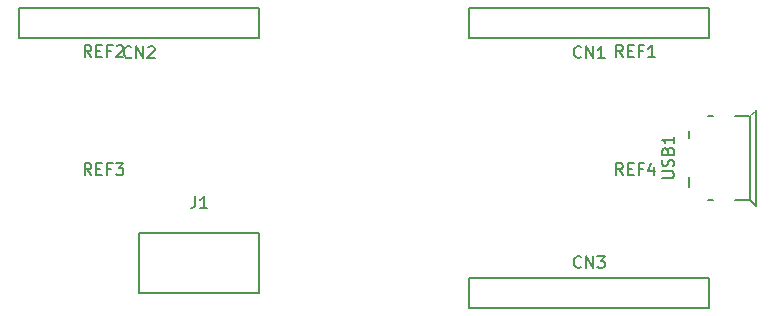
<source format=gbr>
%TF.GenerationSoftware,KiCad,Pcbnew,(5.1.7)-1*%
%TF.CreationDate,2020-12-19T10:57:03+09:00*%
%TF.ProjectId,pcbkicad,7063626b-6963-4616-942e-6b696361645f,rev?*%
%TF.SameCoordinates,Original*%
%TF.FileFunction,Legend,Top*%
%TF.FilePolarity,Positive*%
%FSLAX46Y46*%
G04 Gerber Fmt 4.6, Leading zero omitted, Abs format (unit mm)*
G04 Created by KiCad (PCBNEW (5.1.7)-1) date 2020-12-19 10:57:03*
%MOMM*%
%LPD*%
G01*
G04 APERTURE LIST*
%ADD10C,0.100000*%
%ADD11C,0.127000*%
%ADD12C,0.150000*%
G04 APERTURE END LIST*
D10*
%TO.C,USB1*%
X146895000Y-86600000D02*
X147505000Y-86095000D01*
D11*
X143805000Y-93720000D02*
X143405280Y-93720000D01*
X146903880Y-93720000D02*
X145730000Y-93720000D01*
X145705000Y-86620000D02*
X146903880Y-86620000D01*
X143397300Y-86620000D02*
X143798620Y-86620000D01*
X141830000Y-88520000D02*
X141830000Y-87895000D01*
X141830000Y-91820000D02*
X141830000Y-92620000D01*
X147505000Y-94220000D02*
X147505000Y-86120000D01*
X146930000Y-93720000D02*
X146930000Y-86620000D01*
X146930000Y-93745000D02*
X147505000Y-94220000D01*
%TO.C,J1*%
X95250000Y-96520000D02*
X105410000Y-96520000D01*
X95250000Y-101600000D02*
X95250000Y-96520000D01*
X105410000Y-101600000D02*
X95250000Y-101600000D01*
X105410000Y-96520000D02*
X105410000Y-101600000D01*
%TO.C,CN3*%
X123190000Y-100330000D02*
X143510000Y-100330000D01*
X123190000Y-102870000D02*
X123190000Y-100330000D01*
X143510000Y-102870000D02*
X123190000Y-102870000D01*
X143510000Y-100330000D02*
X143510000Y-102870000D01*
%TO.C,CN1*%
X143510000Y-77470000D02*
X143510000Y-80010000D01*
X143510000Y-80010000D02*
X123190000Y-80010000D01*
X123190000Y-80010000D02*
X123190000Y-77470000D01*
X123190000Y-77470000D02*
X143510000Y-77470000D01*
%TO.C,CN2*%
X85090000Y-80010000D02*
X85090000Y-77470000D01*
X85090000Y-77470000D02*
X105410000Y-77470000D01*
X105410000Y-77470000D02*
X105410000Y-80010000D01*
X105410000Y-80010000D02*
X85090000Y-80010000D01*
%TO.C,REF4*%
D12*
X136194380Y-91642880D02*
X135861047Y-91166690D01*
X135622952Y-91642880D02*
X135622952Y-90642880D01*
X136003904Y-90642880D01*
X136099142Y-90690500D01*
X136146761Y-90738119D01*
X136194380Y-90833357D01*
X136194380Y-90976214D01*
X136146761Y-91071452D01*
X136099142Y-91119071D01*
X136003904Y-91166690D01*
X135622952Y-91166690D01*
X136622952Y-91119071D02*
X136956285Y-91119071D01*
X137099142Y-91642880D02*
X136622952Y-91642880D01*
X136622952Y-90642880D01*
X137099142Y-90642880D01*
X137861047Y-91119071D02*
X137527714Y-91119071D01*
X137527714Y-91642880D02*
X137527714Y-90642880D01*
X138003904Y-90642880D01*
X138813428Y-90976214D02*
X138813428Y-91642880D01*
X138575333Y-90595261D02*
X138337238Y-91309547D01*
X138956285Y-91309547D01*
%TO.C,REF1*%
X136194380Y-81642880D02*
X135861047Y-81166690D01*
X135622952Y-81642880D02*
X135622952Y-80642880D01*
X136003904Y-80642880D01*
X136099142Y-80690500D01*
X136146761Y-80738119D01*
X136194380Y-80833357D01*
X136194380Y-80976214D01*
X136146761Y-81071452D01*
X136099142Y-81119071D01*
X136003904Y-81166690D01*
X135622952Y-81166690D01*
X136622952Y-81119071D02*
X136956285Y-81119071D01*
X137099142Y-81642880D02*
X136622952Y-81642880D01*
X136622952Y-80642880D01*
X137099142Y-80642880D01*
X137861047Y-81119071D02*
X137527714Y-81119071D01*
X137527714Y-81642880D02*
X137527714Y-80642880D01*
X138003904Y-80642880D01*
X138908666Y-81642880D02*
X138337238Y-81642880D01*
X138622952Y-81642880D02*
X138622952Y-80642880D01*
X138527714Y-80785738D01*
X138432476Y-80880976D01*
X138337238Y-80928595D01*
%TO.C,REF2*%
X91193880Y-81642880D02*
X90860547Y-81166690D01*
X90622452Y-81642880D02*
X90622452Y-80642880D01*
X91003404Y-80642880D01*
X91098642Y-80690500D01*
X91146261Y-80738119D01*
X91193880Y-80833357D01*
X91193880Y-80976214D01*
X91146261Y-81071452D01*
X91098642Y-81119071D01*
X91003404Y-81166690D01*
X90622452Y-81166690D01*
X91622452Y-81119071D02*
X91955785Y-81119071D01*
X92098642Y-81642880D02*
X91622452Y-81642880D01*
X91622452Y-80642880D01*
X92098642Y-80642880D01*
X92860547Y-81119071D02*
X92527214Y-81119071D01*
X92527214Y-81642880D02*
X92527214Y-80642880D01*
X93003404Y-80642880D01*
X93336738Y-80738119D02*
X93384357Y-80690500D01*
X93479595Y-80642880D01*
X93717690Y-80642880D01*
X93812928Y-80690500D01*
X93860547Y-80738119D01*
X93908166Y-80833357D01*
X93908166Y-80928595D01*
X93860547Y-81071452D01*
X93289119Y-81642880D01*
X93908166Y-81642880D01*
%TO.C,REF3*%
X91193880Y-91642880D02*
X90860547Y-91166690D01*
X90622452Y-91642880D02*
X90622452Y-90642880D01*
X91003404Y-90642880D01*
X91098642Y-90690500D01*
X91146261Y-90738119D01*
X91193880Y-90833357D01*
X91193880Y-90976214D01*
X91146261Y-91071452D01*
X91098642Y-91119071D01*
X91003404Y-91166690D01*
X90622452Y-91166690D01*
X91622452Y-91119071D02*
X91955785Y-91119071D01*
X92098642Y-91642880D02*
X91622452Y-91642880D01*
X91622452Y-90642880D01*
X92098642Y-90642880D01*
X92860547Y-91119071D02*
X92527214Y-91119071D01*
X92527214Y-91642880D02*
X92527214Y-90642880D01*
X93003404Y-90642880D01*
X93289119Y-90642880D02*
X93908166Y-90642880D01*
X93574833Y-91023833D01*
X93717690Y-91023833D01*
X93812928Y-91071452D01*
X93860547Y-91119071D01*
X93908166Y-91214309D01*
X93908166Y-91452404D01*
X93860547Y-91547642D01*
X93812928Y-91595261D01*
X93717690Y-91642880D01*
X93431976Y-91642880D01*
X93336738Y-91595261D01*
X93289119Y-91547642D01*
%TO.C,USB1*%
X139507380Y-91908095D02*
X140316904Y-91908095D01*
X140412142Y-91860476D01*
X140459761Y-91812857D01*
X140507380Y-91717619D01*
X140507380Y-91527142D01*
X140459761Y-91431904D01*
X140412142Y-91384285D01*
X140316904Y-91336666D01*
X139507380Y-91336666D01*
X140459761Y-90908095D02*
X140507380Y-90765238D01*
X140507380Y-90527142D01*
X140459761Y-90431904D01*
X140412142Y-90384285D01*
X140316904Y-90336666D01*
X140221666Y-90336666D01*
X140126428Y-90384285D01*
X140078809Y-90431904D01*
X140031190Y-90527142D01*
X139983571Y-90717619D01*
X139935952Y-90812857D01*
X139888333Y-90860476D01*
X139793095Y-90908095D01*
X139697857Y-90908095D01*
X139602619Y-90860476D01*
X139555000Y-90812857D01*
X139507380Y-90717619D01*
X139507380Y-90479523D01*
X139555000Y-90336666D01*
X139983571Y-89574761D02*
X140031190Y-89431904D01*
X140078809Y-89384285D01*
X140174047Y-89336666D01*
X140316904Y-89336666D01*
X140412142Y-89384285D01*
X140459761Y-89431904D01*
X140507380Y-89527142D01*
X140507380Y-89908095D01*
X139507380Y-89908095D01*
X139507380Y-89574761D01*
X139555000Y-89479523D01*
X139602619Y-89431904D01*
X139697857Y-89384285D01*
X139793095Y-89384285D01*
X139888333Y-89431904D01*
X139935952Y-89479523D01*
X139983571Y-89574761D01*
X139983571Y-89908095D01*
X140507380Y-88384285D02*
X140507380Y-88955714D01*
X140507380Y-88670000D02*
X139507380Y-88670000D01*
X139650238Y-88765238D01*
X139745476Y-88860476D01*
X139793095Y-88955714D01*
%TO.C,J1*%
X99996666Y-93432380D02*
X99996666Y-94146666D01*
X99949047Y-94289523D01*
X99853809Y-94384761D01*
X99710952Y-94432380D01*
X99615714Y-94432380D01*
X100996666Y-94432380D02*
X100425238Y-94432380D01*
X100710952Y-94432380D02*
X100710952Y-93432380D01*
X100615714Y-93575238D01*
X100520476Y-93670476D01*
X100425238Y-93718095D01*
%TO.C,CN3*%
X132659523Y-99407142D02*
X132611904Y-99454761D01*
X132469047Y-99502380D01*
X132373809Y-99502380D01*
X132230952Y-99454761D01*
X132135714Y-99359523D01*
X132088095Y-99264285D01*
X132040476Y-99073809D01*
X132040476Y-98930952D01*
X132088095Y-98740476D01*
X132135714Y-98645238D01*
X132230952Y-98550000D01*
X132373809Y-98502380D01*
X132469047Y-98502380D01*
X132611904Y-98550000D01*
X132659523Y-98597619D01*
X133088095Y-99502380D02*
X133088095Y-98502380D01*
X133659523Y-99502380D01*
X133659523Y-98502380D01*
X134040476Y-98502380D02*
X134659523Y-98502380D01*
X134326190Y-98883333D01*
X134469047Y-98883333D01*
X134564285Y-98930952D01*
X134611904Y-98978571D01*
X134659523Y-99073809D01*
X134659523Y-99311904D01*
X134611904Y-99407142D01*
X134564285Y-99454761D01*
X134469047Y-99502380D01*
X134183333Y-99502380D01*
X134088095Y-99454761D01*
X134040476Y-99407142D01*
%TO.C,CN1*%
X132659523Y-81637142D02*
X132611904Y-81684761D01*
X132469047Y-81732380D01*
X132373809Y-81732380D01*
X132230952Y-81684761D01*
X132135714Y-81589523D01*
X132088095Y-81494285D01*
X132040476Y-81303809D01*
X132040476Y-81160952D01*
X132088095Y-80970476D01*
X132135714Y-80875238D01*
X132230952Y-80780000D01*
X132373809Y-80732380D01*
X132469047Y-80732380D01*
X132611904Y-80780000D01*
X132659523Y-80827619D01*
X133088095Y-81732380D02*
X133088095Y-80732380D01*
X133659523Y-81732380D01*
X133659523Y-80732380D01*
X134659523Y-81732380D02*
X134088095Y-81732380D01*
X134373809Y-81732380D02*
X134373809Y-80732380D01*
X134278571Y-80875238D01*
X134183333Y-80970476D01*
X134088095Y-81018095D01*
%TO.C,CN2*%
X94559523Y-81647142D02*
X94511904Y-81694761D01*
X94369047Y-81742380D01*
X94273809Y-81742380D01*
X94130952Y-81694761D01*
X94035714Y-81599523D01*
X93988095Y-81504285D01*
X93940476Y-81313809D01*
X93940476Y-81170952D01*
X93988095Y-80980476D01*
X94035714Y-80885238D01*
X94130952Y-80790000D01*
X94273809Y-80742380D01*
X94369047Y-80742380D01*
X94511904Y-80790000D01*
X94559523Y-80837619D01*
X94988095Y-81742380D02*
X94988095Y-80742380D01*
X95559523Y-81742380D01*
X95559523Y-80742380D01*
X95988095Y-80837619D02*
X96035714Y-80790000D01*
X96130952Y-80742380D01*
X96369047Y-80742380D01*
X96464285Y-80790000D01*
X96511904Y-80837619D01*
X96559523Y-80932857D01*
X96559523Y-81028095D01*
X96511904Y-81170952D01*
X95940476Y-81742380D01*
X96559523Y-81742380D01*
%TD*%
M02*

</source>
